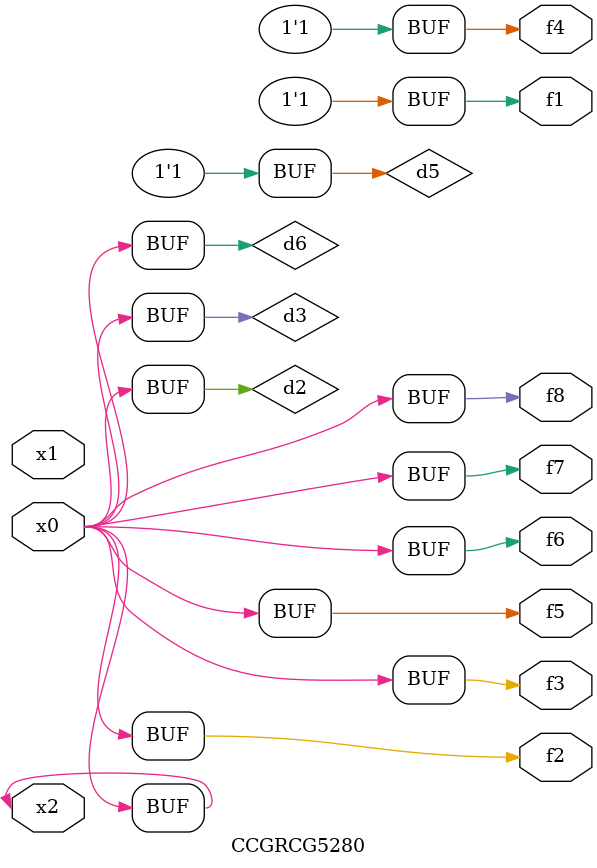
<source format=v>
module CCGRCG5280(
	input x0, x1, x2,
	output f1, f2, f3, f4, f5, f6, f7, f8
);

	wire d1, d2, d3, d4, d5, d6;

	xnor (d1, x2);
	buf (d2, x0, x2);
	and (d3, x0);
	xnor (d4, x1, x2);
	nand (d5, d1, d3);
	buf (d6, d2, d3);
	assign f1 = d5;
	assign f2 = d6;
	assign f3 = d6;
	assign f4 = d5;
	assign f5 = d6;
	assign f6 = d6;
	assign f7 = d6;
	assign f8 = d6;
endmodule

</source>
